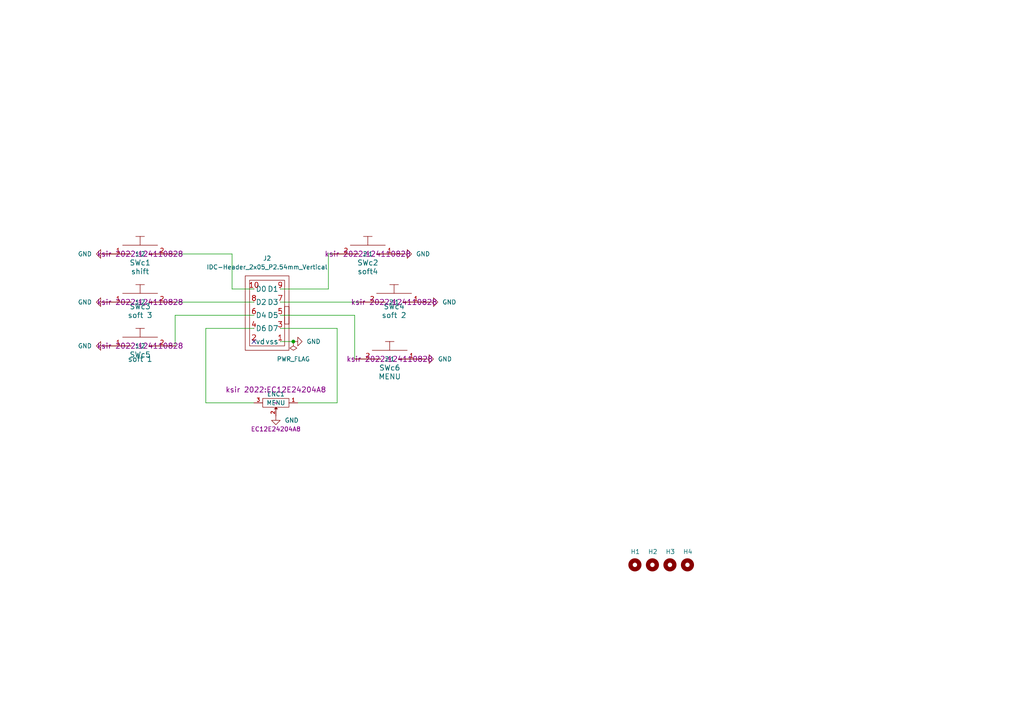
<source format=kicad_sch>
(kicad_sch (version 20230121) (generator eeschema)
  (paper "A4")
  (lib_symbols
    (symbol "Mechanical:MountingHole" (pin_names (offset 1.016))
      (property "Reference" "H" (at 0 5.08 0))
      (property "Value" "MountingHole" (at 0 3.175 0))
      (symbol "MountingHole_0_1"
        (circle (center 0 0) (radius 1.27) (stroke (width 1.27)))
      )
    )
    (symbol "ksir_2023:IDC-Header_2x05_P2.54mm_Vertical"
      (property "Reference" "J*" (at 0 12.7 0))
      (property "Value" "IDC-Header_2x05_P2.54mm_Vertical" (at 0 -11.43 0))
      (symbol "IDC-Header_2x05_P2.54mm_Vertical_0_1"
        (rectangle (start -6.35 -10.16) (end 6.35 11.43))
        (rectangle (start -5.08 -8.89) (end 5.08 10.16))
        (rectangle (start 5.08 -2.54) (end 6.35 2.54))
      )
      (symbol "IDC-Header_2x05_P2.54mm_Vertical_1_1"
        (pin passive line (at 3.81 -7.62 180) (length 0) (name "vss") (number "1"))
        (pin passive line (at -3.81 7.62 0) (length 0) (name "D0") (number "10"))
        (pin passive line (at -3.81 -7.62 0) (length 0) (name "vd") (number "2"))
        (pin passive line (at 3.81 -3.81 180) (length 0) (name "D7") (number "3"))
        (pin passive line (at -3.81 -3.81 0) (length 0) (name "D6") (number "4"))
        (pin passive line (at 3.81 0 180) (length 0) (name "D5") (number "5"))
        (pin passive line (at -3.81 0 0) (length 0) (name "D4") (number "6"))
        (pin passive line (at 3.81 3.81 180) (length 0) (name "D3") (number "7"))
        (pin passive line (at -3.81 3.81 0) (length 0) (name "D2") (number "8"))
        (pin passive line (at 3.81 7.62 180) (length 0) (name "D1") (number "9"))
      )
    )
    (symbol "midibox-rescue:POT" (pin_names (offset 1.016) hide)
      (property "Reference" "RV" (at 0 -2.54 0))
      (property "Value" "POT" (at 0 0 0))
      (symbol "POT_0_1"
        (rectangle (start -3.81 1.27) (end 3.81 -1.27))
        (polyline (pts (xy 0 1.27) (xy -0.508 1.778) (xy 0.508 1.778)) (fill (type outline)))
      )
      (symbol "POT_1_1"
        (pin passive line (at -6.35 0 0) (length 2.54) (name "1") (number "1"))
        (pin passive line (at 0 3.81 270) (length 2.032) (name "2") (number "2"))
        (pin passive line (at 6.35 0 180) (length 2.54) (name "3") (number "3"))
      )
    )
    (symbol "midibox-rescue:SWITCH_PERSO" (pin_names (offset 1.016))
      (property "Reference" "SW" (at 0 -5.08 0))
      (property "Value" "SWITCH_PERSO" (at 0 -2.54 0))
      (symbol "SWITCH_PERSO_0_1"
        (polyline (pts (xy -5.08 2.54) (xy 5.08 2.54)))
        (polyline (pts (xy -1.27 5.08) (xy 1.27 5.08)))
        (polyline (pts (xy 0 2.54) (xy 0 5.08)))
      )
      (symbol "SWITCH_PERSO_1_1"
        (pin input line (at -10.16 0 0) (length 7.62) (name "1") (number "1"))
        (pin input line (at 10.16 0 180) (length 7.62) (name "2") (number "2"))
      )
    )
    (symbol "power:GND" (power) (pin_names (offset 0))
      (property "Value" "GND" (at 0 -3.81 0))
      (symbol "GND_0_1"
        (polyline (pts (xy 0 0) (xy 0 -1.27) (xy 1.27 -1.27) (xy 0 -2.54) (xy -1.27 -1.27) (xy 0 -1.27)))
      )
      (symbol "GND_1_1"
        (pin power_in line (at 0 0 270) (length 0) hide (name "GND") (number "1"))
      )
    )
    (symbol "power:PWR_FLAG" (power) (pin_numbers hide) (pin_names (offset 0) hide)
      (property "Value" "PWR_FLAG" (at 0 3.81 0))
      (symbol "PWR_FLAG_0_0"
        (pin power_out line (at 0 0 90) (length 0) (name "pwr") (number "1"))
      )
      (symbol "PWR_FLAG_0_1"
        (polyline (pts (xy 0 0) (xy 0 1.27) (xy -1.016 1.905) (xy 0 2.54) (xy 1.016 1.905) (xy 0 1.27)))
      )
    )
  )
  (junction (at 85.09 99.06))
  (no_connect (at 73.66 99.06))
  (wire (pts (xy 86.36 116.84) (xy 97.79 116.84)))
  (wire (pts (xy 96.52 73.66) (xy 95.25 73.66)))
  (wire (pts (xy 50.8 87.63) (xy 73.66 87.63)))
  (wire (pts (xy 59.69 116.84) (xy 73.66 116.84)))
  (wire (pts (xy 95.25 73.66) (xy 95.25 83.82)))
  (wire (pts (xy 81.28 91.44) (xy 102.87 91.44)))
  (wire (pts (xy 50.8 100.33) (xy 50.8 91.44)))
  (wire (pts (xy 50.8 73.66) (xy 67.31 73.66)))
  (wire (pts (xy 73.66 95.25) (xy 59.69 95.25)))
  (wire (pts (xy 81.28 87.63) (xy 104.14 87.63)))
  (wire (pts (xy 67.31 83.82) (xy 67.31 73.66)))
  (wire (pts (xy 81.28 83.82) (xy 95.25 83.82)))
  (wire (pts (xy 102.87 91.44) (xy 102.87 104.14)))
  (wire (pts (xy 85.09 99.06) (xy 81.28 99.06)))
  (wire (pts (xy 97.79 116.84) (xy 97.79 95.25)))
  (wire (pts (xy 59.69 95.25) (xy 59.69 116.84)))
  (wire (pts (xy 50.8 91.44) (xy 73.66 91.44)))
  (wire (pts (xy 67.31 83.82) (xy 73.66 83.82)))
  (wire (pts (xy 97.79 95.25) (xy 81.28 95.25)))
  (symbol (lib_id "ksir_2023:IDC-Header_2x05_P2.54mm_Vertical") (at 77.47 91.44 0) (unit 1)
    (property "Reference" "J2" (at 77.47 74.93 0))
    (property "Value" "IDC-Header_2x05_P2.54mm_Vertical" (at 77.47 77.47 0))
    (property "Footprint" "Connector_IDC:IDC-Header_2x05_P2.54mm_Vertical" (effects hide))
  )
  (symbol (lib_id "power:GND") (at 30.48 87.63 270) (unit 1)
    (property "Reference" "#PWR0103" (effects hide))
    (property "Value" "GND" (at 26.67 87.6301 90) (effects (justify right)))
  )
  (symbol (lib_id "power:GND") (at 30.48 73.66 270) (unit 1)
    (property "Reference" "#PWR0102" (effects hide))
    (property "Value" "GND" (at 26.67 73.6601 90) (effects (justify right)))
  )
  (symbol (lib_id "midibox-rescue:POT") (at 80.01 116.84 180) (unit 1)
    (property "Reference" "ENC1" (at 80.01 114.3 0))
    (property "Value" "MENU" (at 80.01 116.84 0))
    (property "Footprint" "ksir 2022:EC12E24204A8" (at 80.01 113.03 0) (effects (font (size 1.524 1.524))))
    (property "Datasheet" "~" (at 80.01 116.84 0) (effects (font (size 1.524 1.524))))
    (property "ref" "EC12E24204A8" (at 80.01 124.46 0))
  )
  (symbol (lib_id "power:GND") (at 123.19 104.14 90) (unit 1)
    (property "Reference" "#PWR0107" (effects hide))
    (property "Value" "GND" (at 127 104.1399 90) (effects (justify right)))
  )
  (symbol (lib_id "power:GND") (at 116.84 73.66 90) (unit 1)
    (property "Reference" "#PWR0106" (effects hide))
    (property "Value" "GND" (at 120.65 73.6599 90) (effects (justify right)))
  )
  (symbol (lib_id "power:PWR_FLAG") (at 85.09 99.06 180) (unit 1)
    (property "Reference" "#FLG01" (effects hide))
    (property "Value" "PWR_FLAG" (at 85.09 104.14 0))
  )
  (symbol (lib_id "Mechanical:MountingHole") (at 199.39 163.83 0) (unit 1)
    (property "Reference" "H4" (at 198.12 160.02 0) (effects (justify left)))
    (property "Value" "MountingHole" (effects hide))
    (property "Footprint" "MountingHole:MountingHole_3.2mm_M3" (effects hide))
  )
  (symbol (lib_id "power:GND") (at 124.46 87.63 90) (unit 1)
    (property "Reference" "#PWR0105" (effects hide))
    (property "Value" "GND" (at 128.27 87.6299 90) (effects (justify right)))
  )
  (symbol (lib_id "Mechanical:MountingHole") (at 189.23 163.83 0) (unit 1)
    (property "Reference" "H2" (at 187.96 160.02 0) (effects (justify left)))
    (property "Value" "MountingHole" (effects hide))
    (property "Footprint" "MountingHole:MountingHole_3.2mm_M3" (effects hide))
  )
  (symbol (lib_id "midibox-rescue:SWITCH_PERSO") (at 106.68 73.66 0) (mirror y) (unit 1)
    (property "Reference" "SWc2" (at 106.68 76.2 0) (effects (font (size 1.524 1.524))))
    (property "Value" "soft4" (at 106.68 78.74 0) (effects (font (size 1.524 1.524))))
    (property "Footprint" "ksir 2022:124110828" (at 106.68 73.66 0) (effects (font (size 1.524 1.524))))
    (property "Datasheet" "~" (at 106.68 73.66 0) (effects (font (size 1.524 1.524))))
  )
  (symbol (lib_id "midibox-rescue:SWITCH_PERSO") (at 40.64 100.33 0) (unit 1)
    (property "Reference" "SWc5" (at 40.64 102.87 0) (effects (font (size 1.524 1.524))))
    (property "Value" "soft 1" (at 40.64 104.14 0) (effects (font (size 1.524 1.524))))
    (property "Footprint" "ksir 2022:124110828" (at 40.64 100.33 0) (effects (font (size 1.524 1.524))))
    (property "Datasheet" "~" (at 40.64 100.33 0) (effects (font (size 1.524 1.524))))
  )
  (symbol (lib_id "midibox-rescue:SWITCH_PERSO") (at 113.03 104.14 0) (mirror y) (unit 1)
    (property "Reference" "SWc6" (at 113.03 106.68 0) (effects (font (size 1.524 1.524))))
    (property "Value" "MENU" (at 113.03 109.22 0) (effects (font (size 1.524 1.524))))
    (property "Footprint" "ksir 2022:124110828" (at 113.03 104.14 0) (effects (font (size 1.524 1.524))))
    (property "Datasheet" "~" (at 113.03 104.14 0) (effects (font (size 1.524 1.524))))
  )
  (symbol (lib_id "power:GND") (at 30.48 100.33 270) (unit 1)
    (property "Reference" "#PWR0101" (effects hide))
    (property "Value" "GND" (at 26.67 100.3301 90) (effects (justify right)))
  )
  (symbol (lib_id "Mechanical:MountingHole") (at 194.31 163.83 0) (unit 1)
    (property "Reference" "H3" (at 193.04 160.02 0) (effects (justify left)))
    (property "Value" "MountingHole" (effects hide))
    (property "Footprint" "MountingHole:MountingHole_3.2mm_M3" (effects hide))
  )
  (symbol (lib_id "Mechanical:MountingHole") (at 184.15 163.83 0) (unit 1)
    (property "Reference" "H1" (at 182.88 160.02 0) (effects (justify left)))
    (property "Value" "MountingHole" (effects hide))
    (property "Footprint" "MountingHole:MountingHole_3.2mm_M3" (effects hide))
  )
  (symbol (lib_id "midibox-rescue:SWITCH_PERSO") (at 40.64 73.66 0) (unit 1)
    (property "Reference" "SWc1" (at 40.64 76.2 0) (effects (font (size 1.524 1.524))))
    (property "Value" "shift" (at 40.64 78.74 0) (effects (font (size 1.524 1.524))))
    (property "Footprint" "ksir 2022:124110828" (at 40.64 73.66 0) (effects (font (size 1.524 1.524))))
    (property "Datasheet" "~" (at 40.64 73.66 0) (effects (font (size 1.524 1.524))))
  )
  (symbol (lib_id "power:GND") (at 80.01 120.65 0) (unit 1)
    (property "Reference" "#PWR0108" (effects hide))
    (property "Value" "GND" (at 82.55 121.9199 0) (effects (justify left)))
  )
  (symbol (lib_id "midibox-rescue:SWITCH_PERSO") (at 114.3 87.63 0) (mirror y) (unit 1)
    (property "Reference" "SWc4" (at 114.3 88.9 0) (effects (font (size 1.524 1.524))))
    (property "Value" "soft 2" (at 114.3 91.44 0) (effects (font (size 1.524 1.524))))
    (property "Footprint" "ksir 2022:124110828" (at 114.3 87.63 0) (effects (font (size 1.524 1.524))))
    (property "Datasheet" "~" (at 114.3 87.63 0) (effects (font (size 1.524 1.524))))
  )
  (symbol (lib_id "power:GND") (at 85.09 99.06 90) (unit 1)
    (property "Reference" "#PWR0104" (effects hide))
    (property "Value" "GND" (at 88.9 99.0599 90) (effects (justify right)))
  )
  (symbol (lib_id "midibox-rescue:SWITCH_PERSO") (at 40.64 87.63 0) (unit 1)
    (property "Reference" "SWc3" (at 40.64 88.9 0) (effects (font (size 1.524 1.524))))
    (property "Value" "soft 3" (at 40.64 91.44 0) (effects (font (size 1.524 1.524))))
    (property "Footprint" "ksir 2022:124110828" (at 40.64 87.63 0) (effects (font (size 1.524 1.524))))
    (property "Datasheet" "~" (at 40.64 87.63 0) (effects (font (size 1.524 1.524))))
  )
)
</source>
